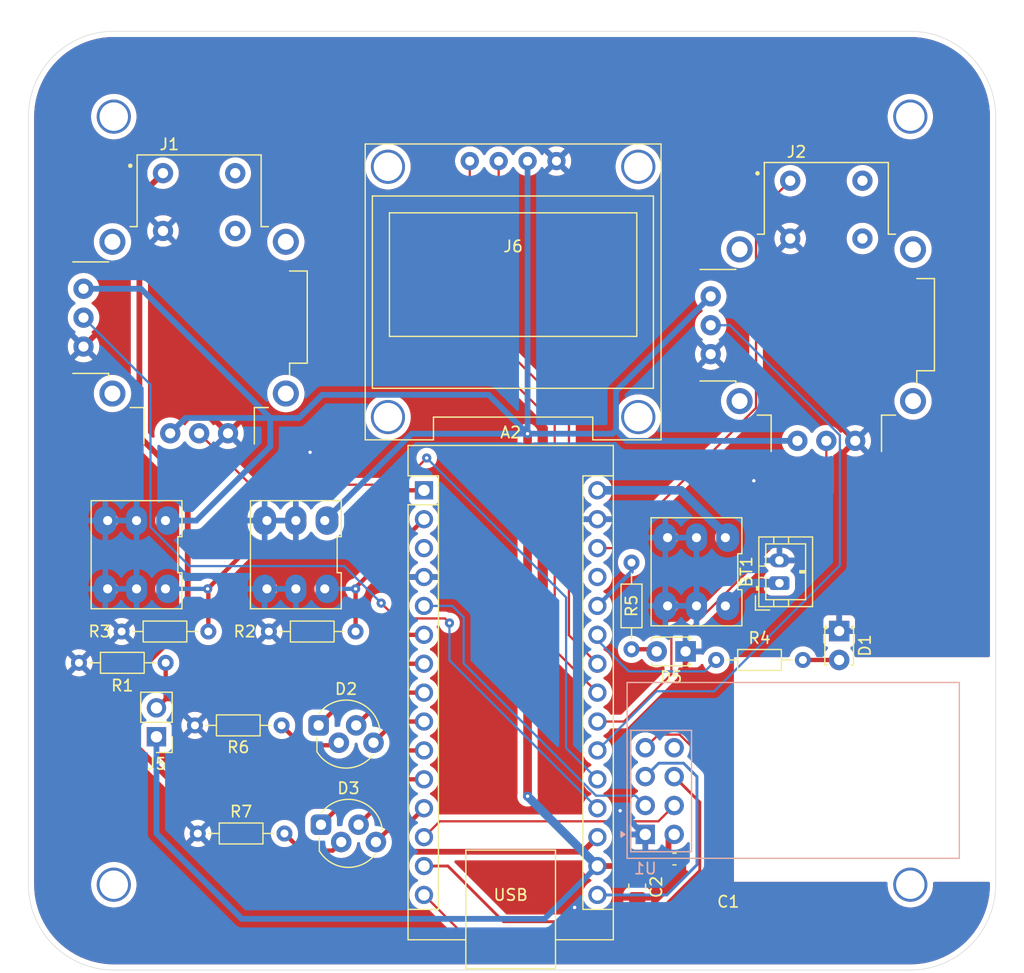
<source format=kicad_pcb>
(kicad_pcb (version 20241229) (generator "pcbnew") (generator_version "9.0")
  (layers (0 "F.Cu" signal) (2 "B.Cu" signal) (13 "F.Paste" user) (15 "B.Paste" user) (5 "F.SilkS" user "F.Silkscreen") (7 "B.SilkS" user "B.Silkscreen") (1 "F.Mask" user) (3 "B.Mask" user) (25 "Edge.Cuts" user))
  (net 0 "")
  (net 2 "/A2")
  (net 3 "/SCK")
  (net 4 "/G1")
  (net 5 "/SDA")
  (net 6 "/R1")
  (net 7 "/B1")
  (net 8 "/MISO")
  (net 9 "/B2")
  (net 10 "/A1")
  (net 11 "/R2")
  (net 12 "GND")
  (net 13 "/CS")
  (net 14 "/Gait")
  (net 15 "/A0")
  (net 17 "Net-(A2-VIN)")
  (net 18 "/D0")
  (net 19 "/SCL")
  (net 20 "+3.3V")
  (net 21 "/A3")
  (net 22 "/A7")
  (net 23 "/CE")
  (net 24 "/B0")
  (net 25 "/G2")
  (net 26 "/A6")
  (net 27 "/D1")
  (net 28 "/MOSI")
  (net 29 "Net-(BT1-+)")
  (net 38 "Net-(D1-A)")
  (net 39 "Net-(D5-A)")
  (net 41 "Net-(D2-K)")
  (net 42 "Net-(D3-K)")
  (net 43 "/B11")
  (footprint "Button:SW_DPDT_XLX" (layer "F.Cu") (at 171 73.5 180)
    (property "Reference" "J3" (hide yes))
    (property "Value" "Latch Button / Hex ON OFF")
    (pad "1" thru_hole oval (at -2.54 3 180) (size 2 2.5) (drill 0.8 (offset -0.2 0)) (layers "B.Cu" "In1.Cu" "In2.Cu" "In3.Cu" "In4.Cu" "In5.Cu" "In6.Cu" "In7.Cu" "In8.Cu" "In9.Cu" "In10.Cu" "In11.Cu" "In12.Cu" "In13.Cu" "In14.Cu" "In15.Cu" "In16.Cu" "In17.Cu" "In18.Cu" "In19.Cu" "In20.Cu" "In21.Cu" "In22.Cu" "In23.Cu" "In24.Cu" "In25.Cu" "In26.Cu" "In27.Cu" "In28.Cu" "In29.Cu" "In30.Cu") (net 20 "+3.3V"))
    (pad "2" thru_hole oval (at 0 3 180) (size 1.85 2.5) (drill 0.8) (layers "B.Cu" "In1.Cu" "In2.Cu" "In3.Cu" "In4.Cu" "In5.Cu" "In6.Cu" "In7.Cu" "In8.Cu" "In9.Cu" "In10.Cu" "In11.Cu" "In12.Cu" "In13.Cu" "In14.Cu" "In15.Cu" "In16.Cu" "In17.Cu" "In18.Cu" "In19.Cu" "In20.Cu" "In21.Cu" "In22.Cu" "In23.Cu" "In24.Cu" "In25.Cu" "In26.Cu" "In27.Cu" "In28.Cu" "In29.Cu" "In30.Cu") (net 12 "GND"))
    (pad "3" thru_hole oval (at 2.54 3 180) (size 2 2.5) (drill 0.8 (offset 0.2 0)) (layers "B.Cu" "In1.Cu" "In2.Cu" "In3.Cu" "In4.Cu" "In5.Cu" "In6.Cu" "In7.Cu" "In8.Cu" "In9.Cu" "In10.Cu" "In11.Cu" "In12.Cu" "In13.Cu" "In14.Cu" "In15.Cu" "In16.Cu" "In17.Cu" "In18.Cu" "In19.Cu" "In20.Cu" "In21.Cu" "In22.Cu" "In23.Cu" "In24.Cu" "In25.Cu" "In26.Cu" "In27.Cu" "In28.Cu" "In29.Cu" "In30.Cu") (net 12 "GND"))
    (pad "4" thru_hole oval (at 2.54 -3 180) (size 2 2.5) (drill 0.8 (offset 0.2 0)) (layers "B.Cu" "In1.Cu" "In2.Cu" "In3.Cu" "In4.Cu" "In5.Cu" "In6.Cu" "In7.Cu" "In8.Cu" "In9.Cu" "In10.Cu" "In11.Cu" "In12.Cu" "In13.Cu" "In14.Cu" "In15.Cu" "In16.Cu" "In17.Cu" "In18.Cu" "In19.Cu" "In20.Cu" "In21.Cu" "In22.Cu" "In23.Cu" "In24.Cu" "In25.Cu" "In26.Cu" "In27.Cu" "In28.Cu" "In29.Cu" "In30.Cu") (net 12 "GND"))
    (pad "5" thru_hole oval (at 0 -3 180) (size 1.85 2.5) (drill 0.8) (layers "B.Cu" "In1.Cu" "In2.Cu" "In3.Cu" "In4.Cu" "In5.Cu" "In6.Cu" "In7.Cu" "In8.Cu" "In9.Cu" "In10.Cu" "In11.Cu" "In12.Cu" "In13.Cu" "In14.Cu" "In15.Cu" "In16.Cu" "In17.Cu" "In18.Cu" "In19.Cu" "In20.Cu" "In21.Cu" "In22.Cu" "In23.Cu" "In24.Cu" "In25.Cu" "In26.Cu" "In27.Cu" "In28.Cu" "In29.Cu" "In30.Cu") (net 12 "GND"))
    (pad "6" thru_hole oval (at -2.54 -3 180) (size 2 2.5) (drill 0.8 (offset -0.2 0)) (layers "B.Cu" "In1.Cu" "In2.Cu" "In3.Cu" "In4.Cu" "In5.Cu" "In6.Cu" "In7.Cu" "In8.Cu" "In9.Cu" "In10.Cu" "In11.Cu" "In12.Cu" "In13.Cu" "In14.Cu" "In15.Cu" "In16.Cu" "In17.Cu" "In18.Cu" "In19.Cu" "In20.Cu" "In21.Cu" "In22.Cu" "In23.Cu" "In24.Cu" "In25.Cu" "In26.Cu" "In27.Cu" "In28.Cu" "In29.Cu" "In30.Cu") (net 18 "/D0"))
  )
  (footprint "Resistor_THT:R_Axial_DIN0204_L3.6mm_D1.6mm_P7.62mm_Horizontal" (layer "F.Cu") (at 168.63 80.25)
    (property "Reference" "R2" (at -2.13 0 0) (layer "F.SilkS"))
    (property "Value" "4.7k")
    (pad "1" thru_hole circle (at 0 0) (size 1.4 1.4) (drill 0.7) (layers "*.Cu" "*.Mask") (net 12 "GND"))
    (pad "2" thru_hole circle (at 7.62 0) (size 1.4 1.4) (drill 0.7) (layers "*.Cu" "*.Mask") (net 18 "/D0"))
  )
  (footprint "Capacitor_SMD:C_0603_1608Metric" (layer "F.Cu") (at 204.275 100.25 180)
    (property "Reference" "C1" (at -4.725 -3.75 0) (layer "F.SilkS"))
    (property "Value" "0.1uf")
    (pad "1" smd roundrect (at -0.775 0 180) (size 0.9 0.95) (layers "F.Cu" "F.Mask" "F.Paste") (net 12 "GND"))
    (pad "2" smd roundrect (at 0.775 0 180) (size 0.9 0.95) (layers "F.Cu" "F.Mask" "F.Paste") (net 20 "+3.3V"))
  )
  (footprint "" (layer "F.Cu") (at 155 35)
    (property "Reference" "" (at 0 0 0) (layer "F.SilkS") (effects (font (size 1.27 1.27))))
    (property "Value" "")
    (pad "" np_thru_hole circle (at 0 0) (size 3 3) (drill 2.5) (layers "*.Cu" "*.Mask"))
  )
  (footprint "LED_THT:LED_D5.0mm-4_RGB_Staggered_Pins" (layer "F.Cu") (at 173 88.5)
    (property "Reference" "D2" (at 2.413 -3.198 0) (layer "F.SilkS"))
    (property "Value" "Status LED")
    (pad "1" thru_hole roundrect (at 0 0) (size 1.8 1.8) (drill 0.9) (layers "*.Cu" "*.Mask") (net 6 "/R1"))
    (pad "2" thru_hole circle (at 1.778 1.524) (size 1.8 1.8) (drill 0.9) (layers "*.Cu" "*.Mask") (net 41 "Net-(D2-K)"))
    (pad "3" thru_hole circle (at 3.302 0) (size 1.8 1.8) (drill 0.9) (layers "*.Cu" "*.Mask") (net 4 "/G1"))
    (pad "4" thru_hole circle (at 4.826 1.524) (size 1.8 1.8) (drill 0.9) (layers "*.Cu" "*.Mask") (net 7 "/B1"))
  )
  (footprint "" (layer "F.Cu") (at 225 102.5)
    (property "Reference" "" (at 0 0 0) (layer "F.SilkS") (effects (font (size 1.27 1.27))))
    (property "Value" "")
    (pad "" np_thru_hole circle (at 0 0) (size 3 3) (drill 2.5) (layers "*.Cu" "*.Mask"))
  )
  (footprint "Resistor_THT:R_Axial_DIN0204_L3.6mm_D1.6mm_P7.62mm_Horizontal" (layer "F.Cu") (at 169.75 88.5 180)
    (property "Reference" "R6" (at 3.81 -1.92 0) (layer "F.SilkS"))
    (property "Value" "510")
    (pad "1" thru_hole circle (at 0 0 180) (size 1.4 1.4) (drill 0.7) (layers "*.Cu" "*.Mask") (net 41 "Net-(D2-K)"))
    (pad "2" thru_hole circle (at 7.62 0 180) (size 1.4 1.4) (drill 0.7) (layers "*.Cu" "*.Mask") (net 12 "GND"))
  )
  (footprint "Connector_PinHeader_2.54mm:PinHeader_1x02_P2.54mm_Vertical" (layer "F.Cu") (at 158.75 89.5 180)
    (property "Reference" "J5" (at 0 -2.38 180) (layer "F.SilkS"))
    (property "Value" "Gait Button")
    (pad "1" thru_hole rect (at 0 0 180) (size 1.7 1.7) (drill 1) (layers "*.Cu" "*.Mask") (net 20 "+3.3V"))
    (pad "2" thru_hole circle (at 0 2.54 180) (size 1.7 1.7) (drill 1) (layers "*.Cu" "*.Mask") (net 14 "/Gait"))
  )
  (footprint "Capacitor_SMD:C_0805_2012Metric" (layer "F.Cu") (at 201 102.7 -90)
    (property "Reference" "C2" (at 0 -1.68 90) (layer "F.SilkS"))
    (property "Value" "C")
    (pad "1" smd roundrect (at -0.95 0 270) (size 1 1.45) (layers "F.Cu" "F.Mask" "F.Paste") (net 20 "+3.3V"))
    (pad "2" smd roundrect (at 0.95 0 270) (size 1 1.45) (layers "F.Cu" "F.Mask" "F.Paste") (net 12 "GND"))
  )
  (footprint "Resistor_THT:R_Axial_DIN0204_L3.6mm_D1.6mm_P7.62mm_Horizontal" (layer "F.Cu") (at 200.5 74.19 -90)
    (property "Reference" "R5" (at 3.81 0 90) (layer "F.SilkS"))
    (property "Value" "510")
    (pad "1" thru_hole circle (at 0 0 270) (size 1.4 1.4) (drill 0.7) (layers "*.Cu" "*.Mask") (net 22 "/A7"))
    (pad "2" thru_hole circle (at 7.62 0 270) (size 1.4 1.4) (drill 0.7) (layers "*.Cu" "*.Mask") (net 39 "Net-(D5-A)"))
  )
  (footprint "LED_THT:LED_D1.8mm_W3.3mm_H2.4mm" (layer "F.Cu") (at 205.25 82 180)
    (property "Reference" "D5" (at 1.27 -2.26 0) (layer "F.SilkS"))
    (property "Value" "LED")
    (pad "1" thru_hole rect (at 0 0 180) (size 1.8 1.8) (drill 0.9) (layers "*.Cu" "*.Mask") (net 12 "GND"))
    (pad "2" thru_hole circle (at 2.54 0 180) (size 1.8 1.8) (drill 0.9) (layers "*.Cu" "*.Mask") (net 39 "Net-(D5-A)"))
  )
  (footprint "" (layer "F.Cu") (at 155 102.5)
    (property "Reference" "" (at 0 0 0) (layer "F.SilkS") (effects (font (size 1.27 1.27))))
    (property "Value" "")
    (pad "" np_thru_hole circle (at 0 0) (size 3 3) (drill 2.5) (layers "*.Cu" "*.Mask"))
  )
  (footprint "LED_THT:LED_D5.0mm-4_RGB_Staggered_Pins" (layer "F.Cu") (at 173.21 97.226)
    (property "Reference" "D3" (at 2.413 -3.198 0) (layer "F.SilkS"))
    (property "Value" "Gait LED")
    (pad "1" thru_hole roundrect (at 0 0) (size 1.8 1.8) (drill 0.9) (layers "*.Cu" "*.Mask") (net 11 "/R2"))
    (pad "2" thru_hole circle (at 1.778 1.524) (size 1.8 1.8) (drill 0.9) (layers "*.Cu" "*.Mask") (net 42 "Net-(D3-K)"))
    (pad "3" thru_hole circle (at 3.302 0) (size 1.8 1.8) (drill 0.9) (layers "*.Cu" "*.Mask") (net 25 "/G2"))
    (pad "4" thru_hole circle (at 4.826 1.524) (size 1.8 1.8) (drill 0.9) (layers "*.Cu" "*.Mask") (net 9 "/B2"))
  )
  (footprint "Button:SW_DPDT_XLX" (layer "F.Cu") (at 206.21 75 180)
    (property "Reference" "J7" (hide yes))
    (property "Value" "Power")
    (pad "1" thru_hole oval (at -2.54 3 180) (size 2 2.5) (drill 0.8 (offset -0.2 0)) (layers "B.Cu" "In1.Cu" "In2.Cu" "In3.Cu" "In4.Cu" "In5.Cu" "In6.Cu" "In7.Cu" "In8.Cu" "In9.Cu" "In10.Cu" "In11.Cu" "In12.Cu" "In13.Cu" "In14.Cu" "In15.Cu" "In16.Cu" "In17.Cu" "In18.Cu" "In19.Cu" "In20.Cu" "In21.Cu" "In22.Cu" "In23.Cu" "In24.Cu" "In25.Cu" "In26.Cu" "In27.Cu" "In28.Cu" "In29.Cu" "In30.Cu") (net 17 "Net-(A2-VIN)"))
    (pad "2" thru_hole oval (at 0 3 180) (size 1.85 2.5) (drill 0.8) (layers "B.Cu" "In1.Cu" "In2.Cu" "In3.Cu" "In4.Cu" "In5.Cu" "In6.Cu" "In7.Cu" "In8.Cu" "In9.Cu" "In10.Cu" "In11.Cu" "In12.Cu" "In13.Cu" "In14.Cu" "In15.Cu" "In16.Cu" "In17.Cu" "In18.Cu" "In19.Cu" "In20.Cu" "In21.Cu" "In22.Cu" "In23.Cu" "In24.Cu" "In25.Cu" "In26.Cu" "In27.Cu" "In28.Cu" "In29.Cu" "In30.Cu") (net 12 "GND"))
    (pad "3" thru_hole oval (at 2.54 3 180) (size 2 2.5) (drill 0.8 (offset 0.2 0)) (layers "B.Cu" "In1.Cu" "In2.Cu" "In3.Cu" "In4.Cu" "In5.Cu" "In6.Cu" "In7.Cu" "In8.Cu" "In9.Cu" "In10.Cu" "In11.Cu" "In12.Cu" "In13.Cu" "In14.Cu" "In15.Cu" "In16.Cu" "In17.Cu" "In18.Cu" "In19.Cu" "In20.Cu" "In21.Cu" "In22.Cu" "In23.Cu" "In24.Cu" "In25.Cu" "In26.Cu" "In27.Cu" "In28.Cu" "In29.Cu" "In30.Cu") (net 12 "GND"))
    (pad "4" thru_hole oval (at 2.54 -3 180) (size 2 2.5) (drill 0.8 (offset 0.2 0)) (layers "B.Cu" "In1.Cu" "In2.Cu" "In3.Cu" "In4.Cu" "In5.Cu" "In6.Cu" "In7.Cu" "In8.Cu" "In9.Cu" "In10.Cu" "In11.Cu" "In12.Cu" "In13.Cu" "In14.Cu" "In15.Cu" "In16.Cu" "In17.Cu" "In18.Cu" "In19.Cu" "In20.Cu" "In21.Cu" "In22.Cu" "In23.Cu" "In24.Cu" "In25.Cu" "In26.Cu" "In27.Cu" "In28.Cu" "In29.Cu" "In30.Cu") (net 12 "GND"))
    (pad "5" thru_hole oval (at 0 -3 180) (size 1.85 2.5) (drill 0.8) (layers "B.Cu" "In1.Cu" "In2.Cu" "In3.Cu" "In4.Cu" "In5.Cu" "In6.Cu" "In7.Cu" "In8.Cu" "In9.Cu" "In10.Cu" "In11.Cu" "In12.Cu" "In13.Cu" "In14.Cu" "In15.Cu" "In16.Cu" "In17.Cu" "In18.Cu" "In19.Cu" "In20.Cu" "In21.Cu" "In22.Cu" "In23.Cu" "In24.Cu" "In25.Cu" "In26.Cu" "In27.Cu" "In28.Cu" "In29.Cu" "In30.Cu") (net 12 "GND"))
    (pad "6" thru_hole oval (at -2.54 -3 180) (size 2 2.5) (drill 0.8 (offset -0.2 0)) (layers "B.Cu" "In1.Cu" "In2.Cu" "In3.Cu" "In4.Cu" "In5.Cu" "In6.Cu" "In7.Cu" "In8.Cu" "In9.Cu" "In10.Cu" "In11.Cu" "In12.Cu" "In13.Cu" "In14.Cu" "In15.Cu" "In16.Cu" "In17.Cu" "In18.Cu" "In19.Cu" "In20.Cu" "In21.Cu" "In22.Cu" "In23.Cu" "In24.Cu" "In25.Cu" "In26.Cu" "In27.Cu" "In28.Cu" "In29.Cu" "In30.Cu") (net 29 "Net-(BT1-+)"))
  )
  (footprint "Connector_JST:JST_PH_B2B-PH-K_1x02_P2.00mm_Vertical" (layer "F.Cu") (at 213.5 76 90)
    (property "Reference" "BT1" (at 1 -2.9 90) (layer "F.SilkS"))
    (property "Value" "Lipo Batt")
    (pad "1" thru_hole roundrect (at 0 0 90) (size 1.2 1.75) (drill 0.75) (layers "*.Cu" "*.Mask") (roundrect_rratio 0.208333) (net 29 "Net-(BT1-+)"))
    (pad "2" thru_hole oval (at 2 0 90) (size 1.2 1.75) (drill 0.75) (layers "*.Cu" "*.Mask") (net 12 "GND"))
  )
  (footprint "LED_THT:LED_D1.8mm_W3.3mm_H2.4mm" (layer "F.Cu") (at 218.75 80.21 -90)
    (property "Reference" "D1" (at 1.27 -2.26 90) (layer "F.SilkS"))
    (property "Value" "Communication LED")
    (pad "1" thru_hole rect (at 0 0 270) (size 1.8 1.8) (drill 0.9) (layers "*.Cu" "*.Mask") (net 12 "GND"))
    (pad "2" thru_hole circle (at 2.54 0 270) (size 1.8 1.8) (drill 0.9) (layers "*.Cu" "*.Mask") (net 38 "Net-(D1-A)"))
  )
  (footprint "Resistor_THT:R_Axial_DIN0204_L3.6mm_D1.6mm_P7.62mm_Horizontal" (layer "F.Cu") (at 207.94 82.75)
    (property "Reference" "R4" (at 3.81 -1.92 0) (layer "F.SilkS"))
    (property "Value" "510")
    (pad "1" thru_hole circle (at 0 0) (size 1.4 1.4) (drill 0.7) (layers "*.Cu" "*.Mask") (net 26 "/A6"))
    (pad "2" thru_hole circle (at 7.62 0) (size 1.4 1.4) (drill 0.7) (layers "*.Cu" "*.Mask") (net 38 "Net-(D1-A)"))
  )
  (footprint "COM_09032:XDCR_COM-09032" (layer "F.Cu") (at 162.5 52.6675)
    (property "Reference" "J1" (at -2.625 -15.235 0) (layer "F.SilkS"))
    (property "Value" "Joy1")
    (pad "B1A" thru_hole circle (at -3.175 -12.7) (size 1.778 1.778) (drill 0.9) (layers "*.Cu" "*.Mask") (net 24 "/B0"))
    (pad "B1B" thru_hole circle (at 3.175 -12.7) (size 1.778 1.778) (drill 0.9) (layers "*.Cu" "*.Mask"))
    (pad "B2A" thru_hole circle (at -3.175 -7.62) (size 1.778 1.778) (drill 0.9) (layers "*.Cu" "*.Mask") (net 12 "GND"))
    (pad "B2B" thru_hole circle (at 3.175 -7.62) (size 1.778 1.778) (drill 0.9) (layers "*.Cu" "*.Mask"))
    (pad "H1" thru_hole circle (at -2.54 10.16) (size 1.778 1.778) (drill 0.889) (layers "*.Cu" "*.Mask") (net 20 "+3.3V"))
    (pad "H2" thru_hole circle (at 0 10.16) (size 1.778 1.778) (drill 0.889) (layers "*.Cu" "*.Mask") (net 10 "/A1"))
    (pad "H3" thru_hole circle (at 2.54 10.16) (size 1.778 1.778) (drill 0.889) (layers "*.Cu" "*.Mask") (net 12 "GND"))
    (pad "S1" thru_hole circle (at -7.62 -6.6675) (size 2.286 2.286) (drill 1.397) (layers "*.Cu" "*.Mask"))
    (pad "S2" thru_hole circle (at -7.62 6.6675) (size 2.286 2.286) (drill 1.397) (layers "*.Cu" "*.Mask"))
    (pad "S3" thru_hole circle (at 7.62 6.6675) (size 2.286 2.286) (drill 1.397) (layers "*.Cu" "*.Mask"))
    (pad "S4" thru_hole circle (at 7.62 -6.6675) (size 2.286 2.286) (drill 1.397) (layers "*.Cu" "*.Mask"))
    (pad "V1" thru_hole circle (at -10.16 -2.54) (size 1.778 1.778) (drill 0.889) (layers "*.Cu" "*.Mask") (net 20 "+3.3V"))
    (pad "V2" thru_hole circle (at -10.16 0) (size 1.778 1.778) (drill 0.889) (layers "*.Cu" "*.Mask") (net 15 "/A0"))
    (pad "V3" thru_hole circle (at -10.16 2.54) (size 1.778 1.778) (drill 0.889) (layers "*.Cu" "*.Mask") (net 12 "GND"))
  )
  (footprint "Module:Arduino_Nano" (layer "F.Cu") (at 182.26 67.84)
    (property "Reference" "A2" (at 7.62 -5.08 0) (layer "F.SilkS"))
    (property "Value" "Arduino_Nano_ESP32")
    (fp_text user "USB" (at 7.62 35.56 0) (layer "F.SilkS"))
    (pad "1" thru_hole rect (at 0 0) (size 1.6 1.6) (drill 1) (layers "*.Cu" "*.Mask") (net 27 "/D1"))
    (pad "2" thru_hole oval (at 0 2.54) (size 1.6 1.6) (drill 1) (layers "*.Cu" "*.Mask") (net 18 "/D0"))
    (pad "3" thru_hole oval (at 0 5.08) (size 1.6 1.6) (drill 1) (layers "*.Cu" "*.Mask"))
    (pad "4" thru_hole oval (at 0 7.62) (size 1.6 1.6) (drill 1) (layers "*.Cu" "*.Mask") (net 12 "GND"))
    (pad "5" thru_hole oval (at 0 10.16) (size 1.6 1.6) (drill 1) (layers "*.Cu" "*.Mask") (net 23 "/CE"))
    (pad "6" thru_hole oval (at 0 12.7) (size 1.6 1.6) (drill 1) (layers "*.Cu" "*.Mask") (net 14 "/Gait"))
    (pad "7" thru_hole oval (at 0 15.24) (size 1.6 1.6) (drill 1) (layers "*.Cu" "*.Mask") (net 6 "/R1"))
    (pad "8" thru_hole oval (at 0 17.78) (size 1.6 1.6) (drill 1) (layers "*.Cu" "*.Mask") (net 4 "/G1"))
    (pad "9" thru_hole oval (at 0 20.32) (size 1.6 1.6) (drill 1) (layers "*.Cu" "*.Mask") (net 7 "/B1"))
    (pad "10" thru_hole oval (at 0 22.86) (size 1.6 1.6) (drill 1) (layers "*.Cu" "*.Mask") (net 11 "/R2"))
    (pad "11" thru_hole oval (at 0 25.4) (size 1.6 1.6) (drill 1) (layers "*.Cu" "*.Mask") (net 25 "/G2"))
    (pad "12" thru_hole oval (at 0 27.94) (size 1.6 1.6) (drill 1) (layers "*.Cu" "*.Mask") (net 9 "/B2"))
    (pad "13" thru_hole oval (at 0 30.48) (size 1.6 1.6) (drill 1) (layers "*.Cu" "*.Mask") (net 13 "/CS"))
    (pad "14" thru_hole oval (at 0 33.02) (size 1.6 1.6) (drill 1) (layers "*.Cu" "*.Mask") (net 28 "/MOSI"))
    (pad "15" thru_hole oval (at 0 35.56) (size 1.6 1.6) (drill 1) (layers "*.Cu" "*.Mask") (net 8 "/MISO"))
    (pad "16" thru_hole oval (at 15.24 35.56) (size 1.6 1.6) (drill 1) (layers "*.Cu" "*.Mask") (net 3 "/SCK"))
    (pad "17" thru_hole oval (at 15.24 33.02) (size 1.6 1.6) (drill 1) (layers "*.Cu" "*.Mask") (net 20 "+3.3V"))
    (pad "18" thru_hole oval (at 15.24 30.48) (size 1.6 1.6) (drill 1) (layers "*.Cu" "*.Mask") (net 24 "/B0"))
    (pad "19" thru_hole oval (at 15.24 27.94) (size 1.6 1.6) (drill 1) (layers "*.Cu" "*.Mask") (net 15 "/A0"))
    (pad "20" thru_hole oval (at 15.24 25.4) (size 1.6 1.6) (drill 1) (layers "*.Cu" "*.Mask") (net 10 "/A1"))
    (pad "21" thru_hole oval (at 15.24 22.86) (size 1.6 1.6) (drill 1) (layers "*.Cu" "*.Mask") (net 2 "/A2"))
    (pad "22" thru_hole oval (at 15.24 20.32) (size 1.6 1.6) (drill 1) (layers "*.Cu" "*.Mask") (net 21 "/A3"))
    (pad "23" thru_hole oval (at 15.24 17.78) (size 1.6 1.6) (drill 1) (layers "*.Cu" "*.Mask") (net 5 "/SDA"))
    (pad "24" thru_hole oval (at 15.24 15.24) (size 1.6 1.6) (drill 1) (layers "*.Cu" "*.Mask") (net 19 "/SCL"))
    (pad "25" thru_hole oval (at 15.24 12.7) (size 1.6 1.6) (drill 1) (layers "*.Cu" "*.Mask") (net 26 "/A6"))
    (pad "26" thru_hole oval (at 15.24 10.16) (size 1.6 1.6) (drill 1) (layers "*.Cu" "*.Mask") (net 22 "/A7"))
    (pad "27" thru_hole oval (at 15.24 7.62) (size 1.6 1.6) (drill 1) (layers "*.Cu" "*.Mask"))
    (pad "28" thru_hole oval (at 15.24 5.08) (size 1.6 1.6) (drill 1) (layers "*.Cu" "*.Mask") (net 43 "/B11"))
    (pad "29" thru_hole oval (at 15.24 2.54) (size 1.6 1.6) (drill 1) (layers "*.Cu" "*.Mask") (net 12 "GND"))
    (pad "30" thru_hole oval (at 15.24 0) (size 1.6 1.6) (drill 1) (layers "*.Cu" "*.Mask") (net 17 "Net-(A2-VIN)"))
  )
  (footprint "" (layer "F.Cu") (at 225 35)
    (property "Reference" "" (at 0 0 0) (layer "F.SilkS") (effects (font (size 1.27 1.27))))
    (property "Value" "")
    (pad "" np_thru_hole circle (at 0 0) (size 3 3) (drill 2.5) (layers "*.Cu" "*.Mask"))
  )
  (footprint "COM_09032:XDCR_COM-09032" (layer "F.Cu") (at 217.62 53.3325)
    (property "Reference" "J2" (at -2.625 -15.235 0) (layer "F.SilkS"))
    (property "Value" "Joy2")
    (pad "B1A" thru_hole circle (at -3.175 -12.7) (size 1.778 1.778) (drill 0.9) (layers "*.Cu" "*.Mask") (net 43 "/B11"))
    (pad "B1B" thru_hole circle (at 3.175 -12.7) (size 1.778 1.778) (drill 0.9) (layers "*.Cu" "*.Mask"))
    (pad "B2A" thru_hole circle (at -3.175 -7.62) (size 1.778 1.778) (drill 0.9) (layers "*.Cu" "*.Mask") (net 12 "GND"))
    (pad "B2B" thru_hole circle (at 3.175 -7.62) (size 1.778 1.778) (drill 0.9) (layers "*.Cu" "*.Mask"))
    (pad "H1" thru_hole circle (at -2.54 10.16) (size 1.778 1.778) (drill 0.889) (layers "*.Cu" "*.Mask") (net 20 "+3.3V"))
    (pad "H2" thru_hole circle (at 0 10.16) (size 1.778 1.778) (drill 0.889) (layers "*.Cu" "*.Mask") (net 21 "/A3"))
    (pad "H3" thru_hole circle (at 2.54 10.16) (size 1.778 1.778) (drill 0.889) (layers "*.Cu" "*.Mask") (net 12 "GND"))
    (pad "S1" thru_hole circle (at -7.62 -6.6675) (size 2.286 2.286) (drill 1.397) (layers "*.Cu" "*.Mask"))
    (pad "S2" thru_hole circle (at -7.62 6.6675) (size 2.286 2.286) (drill 1.397) (layers "*.Cu" "*.Mask"))
    (pad "S3" thru_hole circle (at 7.62 6.6675) (size 2.286 2.286) (drill 1.397) (layers "*.Cu" "*.Mask"))
    (pad "S4" thru_hole circle (at 7.62 -6.6675) (size 2.286 2.286) (drill 1.397) (layers "*.Cu" "*.Mask"))
    (pad "V1" thru_hole circle (at -10.16 -2.54) (size 1.778 1.778) (drill 0.889) (layers "*.Cu" "*.Mask") (net 20 "+3.3V"))
    (pad "V2" thru_hole circle (at -10.16 0) (size 1.778 1.778) (drill 0.889) (layers "*.Cu" "*.Mask") (net 2 "/A2"))
    (pad "V3" thru_hole circle (at -10.16 2.54) (size 1.778 1.778) (drill 0.889) (layers "*.Cu" "*.Mask") (net 12 "GND"))
  )
  (footprint "Button:SW_DPDT_XLX" (layer "F.Cu") (at 157 73.5 180)
    (property "Reference" "J4" (hide yes))
    (property "Value" "Latch Button / Auto Manual")
    (pad "1" thru_hole oval (at -2.54 3 180) (size 2 2.5) (drill 0.8 (offset -0.2 0)) (layers "B.Cu" "In1.Cu" "In2.Cu" "In3.Cu" "In4.Cu" "In5.Cu" "In6.Cu" "In7.Cu" "In8.Cu" "In9.Cu" "In10.Cu" "In11.Cu" "In12.Cu" "In13.Cu" "In14.Cu" "In15.Cu" "In16.Cu" "In17.Cu" "In18.Cu" "In19.Cu" "In20.Cu" "In21.Cu" "In22.Cu" "In23.Cu" "In24.Cu" "In25.Cu" "In26.Cu" "In27.Cu" "In28.Cu" "In29.Cu" "In30.Cu") (net 20 "+3.3V"))
    (pad "2" thru_hole oval (at 0 3 180) (size 1.85 2.5) (drill 0.8) (layers "B.Cu" "In1.Cu" "In2.Cu" "In3.Cu" "In4.Cu" "In5.Cu" "In6.Cu" "In7.Cu" "In8.Cu" "In9.Cu" "In10.Cu" "In11.Cu" "In12.Cu" "In13.Cu" "In14.Cu" "In15.Cu" "In16.Cu" "In17.Cu" "In18.Cu" "In19.Cu" "In20.Cu" "In21.Cu" "In22.Cu" "In23.Cu" "In24.Cu" "In25.Cu" "In26.Cu" "In27.Cu" "In28.Cu" "In29.Cu" "In30.Cu") (net 12 "GND"))
    (pad "3" thru_hole oval (at 2.54 3 180) (size 2 2.5) (drill 0.8 (offset 0.2 0)) (layers "B.Cu" "In1.Cu" "In2.Cu" "In3.Cu" "In4.Cu" "In5.Cu" "In6.Cu" "In7.Cu" "In8.Cu" "In9.Cu" "In10.Cu" "In11.Cu" "In12.Cu" "In13.Cu" "In14.Cu" "In15.Cu" "In16.Cu" "In17.Cu" "In18.Cu" "In19.Cu" "In20.Cu" "In21.Cu" "In22.Cu" "In23.Cu" "In24.Cu" "In25.Cu" "In26.Cu" "In27.Cu" "In28.Cu" "In29.Cu" "In30.Cu") (net 12 "GND"))
    (pad "4" thru_hole oval (at 2.54 -3 180) (size 2 2.5) (drill 0.8 (offset 0.2 0)) (layers "B.Cu" "In1.Cu" "In2.Cu" "In3.Cu" "In4.Cu" "In5.Cu" "In6.Cu" "In7.Cu" "In8.Cu" "In9.Cu" "In10.Cu" "In11.Cu" "In12.Cu" "In13.Cu" "In14.Cu" "In15.Cu" "In16.Cu" "In17.Cu" "In18.Cu" "In19.Cu" "In20.Cu" "In21.Cu" "In22.Cu" "In23.Cu" "In24.Cu" "In25.Cu" "In26.Cu" "In27.Cu" "In28.Cu" "In29.Cu" "In30.Cu") (net 12 "GND"))
    (pad "5" thru_hole oval (at 0 -3 180) (size 1.85 2.5) (drill 0.8) (layers "B.Cu" "In1.Cu" "In2.Cu" "In3.Cu" "In4.Cu" "In5.Cu" "In6.Cu" "In7.Cu" "In8.Cu" "In9.Cu" "In10.Cu" "In11.Cu" "In12.Cu" "In13.Cu" "In14.Cu" "In15.Cu" "In16.Cu" "In17.Cu" "In18.Cu" "In19.Cu" "In20.Cu" "In21.Cu" "In22.Cu" "In23.Cu" "In24.Cu" "In25.Cu" "In26.Cu" "In27.Cu" "In28.Cu" "In29.Cu" "In30.Cu") (net 12 "GND"))
    (pad "6" thru_hole oval (at -2.54 -3 180) (size 2 2.5) (drill 0.8 (offset -0.2 0)) (layers "B.Cu" "In1.Cu" "In2.Cu" "In3.Cu" "In4.Cu" "In5.Cu" "In6.Cu" "In7.Cu" "In8.Cu" "In9.Cu" "In10.Cu" "In11.Cu" "In12.Cu" "In13.Cu" "In14.Cu" "In15.Cu" "In16.Cu" "In17.Cu" "In18.Cu" "In19.Cu" "In20.Cu" "In21.Cu" "In22.Cu" "In23.Cu" "In24.Cu" "In25.Cu" "In26.Cu" "In27.Cu" "In28.Cu" "In29.Cu" "In30.Cu") (net 27 "/D1"))
  )
  (footprint "untitled folder:SSD1306_0.96_Oled" (layer "F.Cu") (at 177.095 63.405)
    (property "Reference" "J6" (at 13 -17 0) (layer "F.SilkS"))
    (property "Value" "OLED screen")
    (pad "" np_thru_hole circle (at 2 -24) (size 3 3) (drill 2.5) (layers "*.Cu" "*.Mask"))
    (pad "" np_thru_hole circle (at 2 -2) (size 3 3) (drill 2.5) (layers "*.Cu" "*.Mask"))
    (pad "" np_thru_hole circle (at 24 -24) (size 3 3) (drill 2.5) (layers "*.Cu" "*.Mask"))
    (pad "" np_thru_hole circle (at 24 -2) (size 3 3) (drill 2.5) (layers "*.Cu" "*.Mask"))
    (pad "1" thru_hole circle (at 9.19 -24.5) (size 1.6 1.6) (drill 0.8) (layers "*.Cu" "*.Mask") (net 5 "/SDA"))
    (pad "2" thru_hole circle (at 11.73 -24.5) (size 1.6 1.6) (drill 0.8) (layers "*.Cu" "*.Mask") (net 19 "/SCL"))
    (pad "3" thru_hole circle (at 14.27 -24.5) (size 1.6 1.6) (drill 0.8) (layers "*.Cu" "*.Mask") (net 20 "+3.3V"))
    (pad "4" thru_hole circle (at 16.81 -24.5) (size 1.6 1.6) (drill 0.8) (layers "*.Cu" "*.Mask") (net 12 "GND"))
  )
  (footprint "Resistor_THT:R_Axial_DIN0204_L3.6mm_D1.6mm_P7.62mm_Horizontal" (layer "F.Cu") (at 162.38 98)
    (property "Reference" "R7" (at 3.81 -1.92 0) (layer "F.SilkS"))
    (property "Value" "510")
    (pad "1" thru_hole circle (at 0 0) (size 1.4 1.4) (drill 0.7) (layers "*.Cu" "*.Mask") (net 12 "GND"))
    (pad "2" thru_hole circle (at 7.62 0) (size 1.4 1.4) (drill 0.7) (layers "*.Cu" "*.Mask") (net 42 "Net-(D3-K)"))
  )
  (footprint "Resistor_THT:R_Axial_DIN0204_L3.6mm_D1.6mm_P7.62mm_Horizontal" (layer "F.Cu") (at 151.94 83)
    (property "Reference" "R1" (at 3.81 2 0) (layer "F.SilkS"))
    (property "Value" "4.7k")
    (pad "1" thru_hole circle (at 0 0) (size 1.4 1.4) (drill 0.7) (layers "*.Cu" "*.Mask") (net 12 "GND"))
    (pad "2" thru_hole circle (at 7.62 0) (size 1.4 1.4) (drill 0.7) (layers "*.Cu" "*.Mask") (net 14 "/Gait"))
  )
  (footprint "Resistor_THT:R_Axial_DIN0204_L3.6mm_D1.6mm_P7.62mm_Horizontal" (layer "F.Cu") (at 155.69 80.25)
    (property "Reference" "R3" (at -1.94 0 0) (layer "F.SilkS"))
    (property "Value" "4.7k")
    (pad "1" thru_hole circle (at 0 0) (size 1.4 1.4) (drill 0.7) (layers "*.Cu" "*.Mask") (net 12 "GND"))
    (pad "2" thru_hole circle (at 7.62 0) (size 1.4 1.4) (drill 0.7) (layers "*.Cu" "*.Mask") (net 27 "/D1"))
  )
  (footprint "RF_Module:nRF24L01_Breakout" (layer "B.Cu") (at 201.71 98.08)
    (property "Reference" "U1" (at 0 3 0) (layer "B.SilkS") (effects (justify mirror)))
    (property "Value" "NRF24L01_Breakout")
    (pad "1" thru_hole rect (at 0 0) (size 1.7 1.7) (drill 1) (layers "*.Cu" "*.Mask") (net 12 "GND"))
    (pad "2" thru_hole circle (at 2.54 0) (size 1.7 1.7) (drill 1) (layers "*.Cu" "*.Mask") (net 20 "+3.3V"))
    (pad "3" thru_hole circle (at 0 -2.54) (size 1.7 1.7) (drill 1) (layers "*.Cu" "*.Mask") (net 23 "/CE"))
    (pad "4" thru_hole circle (at 2.54 -2.54) (size 1.7 1.7) (drill 1) (layers "*.Cu" "*.Mask") (net 13 "/CS"))
    (pad "5" thru_hole circle (at 0 -5.08) (size 1.7 1.7) (drill 1) (layers "*.Cu" "*.Mask") (net 3 "/SCK"))
    (pad "6" thru_hole circle (at 2.54 -5.08) (size 1.7 1.7) (drill 1) (layers "*.Cu" "*.Mask") (net 28 "/MOSI"))
    (pad "7" thru_hole circle (at 0 -7.62) (size 1.7 1.7) (drill 1) (layers "*.Cu" "*.Mask") (net 8 "/MISO"))
    (pad "8" thru_hole circle (at 2.54 -7.62) (size 1.7 1.7) (drill 1) (layers "*.Cu" "*.Mask"))
  )
  (gr_arc (start 225 27.5) (mid 230.303301 29.696699) (end 232.5 35) (stroke (width 0.05)) (layer "Edge.Cuts"))
  (gr_line (start 155 110) (end 225 110) (stroke (width 0.05)) (layer "Edge.Cuts"))
  (gr_line (start 232.5 102.5) (end 232.5 35) (stroke (width 0.05)) (layer "Edge.Cuts"))
  (gr_arc (start 232.5 102.5) (mid 230.303301 107.803301) (end 225 110) (stroke (width 0.05)) (layer "Edge.Cuts"))
  (gr_line (start 225 27.5) (end 155 27.5) (stroke (width 0.05)) (layer "Edge.Cuts"))
  (gr_arc (start 147.5 35) (mid 149.696699 29.696699) (end 155 27.5) (stroke (width 0.05)) (layer "Edge.Cuts"))
  (gr_arc (start 155 110) (mid 149.696699 107.803301) (end 147.5 102.5) (stroke (width 0.05)) (layer "Edge.Cuts"))
  (gr_line (start 147.5 35) (end 147.5 102.5) (stroke (width 0.05)) (layer "Edge.Cuts"))
  (segment (start 207.76116 85.5) (end 202.7 85.5) (width 0.2) (layer "B.Cu") (net 2))
  (segment (start 218.81 74.45116) (end 207.76116 85.5) (width 0.2) (layer "B.Cu") (net 2))
  (segment (start 202.7 85.5) (end 197.5 90.7) (width 0.2) (layer "B.Cu") (net 2))
  (segment (start 218.81 62.999585) (end 218.81 74.45116) (width 0.2) (layer "B.Cu") (net 2))
  (segment (start 209.142915 53.3325) (end 218.81 62.999585) (width 0.2) (layer "B.Cu") (net 2))
  (segment (start 207.46 53.3325) (end 209.142915 53.3325) (width 0.2) (layer "B.Cu") (net 2))
  (segment (start 206.25 100.75) (end 206.25 93) (width 0.254) (layer "B.Cu") (net 3))
  (segment (start 203.6 103.4) (end 206.25 100.75) (width 0.254) (layer "B.Cu") (net 3))
  (segment (start 206.25 93) (end 205.072 91.822) (width 0.254) (layer "B.Cu") (net 3))
  (segment (start 197.5 103.4) (end 203.6 103.4) (width 0.254) (layer "B.Cu") (net 3))
  (segment (start 202.888 91.822) (end 201.71 93) (width 0.254) (layer "B.Cu") (net 3))
  (segment (start 205.072 91.822) (end 202.888 91.822) (width 0.254) (layer "B.Cu") (net 3))
  (segment (start 175.54 88.5) (end 175.54 88.222717) (width 0.2) (layer "F.Cu") (net 4))
  (segment (start 176.302 88.5) (end 179.182 85.62) (width 0.381) (layer "F.Cu") (net 4))
  (segment (start 179.182 85.62) (end 182.26 85.62) (width 0.381) (layer "F.Cu") (net 4))
  (segment (start 186.285 38.905) (end 186.285 54.535) (width 0.2) (layer "F.Cu") (net 5))
  (segment (start 186.285 54.535) (end 193.75 62) (width 0.2) (layer "F.Cu") (net 5))
  (segment (start 193.75 62) (end 193.75 81.87) (width 0.2) (layer "F.Cu") (net 5))
  (segment (start 193.75 81.87) (end 197.5 85.62) (width 0.2) (layer "F.Cu") (net 5))
  (segment (start 173 88.5) (end 178.42 83.08) (width 0.381) (layer "F.Cu") (net 6))
  (segment (start 178.42 83.08) (end 182.26 83.08) (width 0.381) (layer "F.Cu") (net 6))
  (segment (start 173 88.5) (end 173 88.135) (width 0.2) (layer "F.Cu") (net 6))
  (segment (start 179.69 88.16) (end 182.26 88.16) (width 0.381) (layer "F.Cu") (net 7))
  (segment (start 177.826 90.024) (end 179.69 88.16) (width 0.381) (layer "F.Cu") (net 7))
  (segment (start 181.92 88.5) (end 182.26 88.16) (width 0.2) (layer "F.Cu") (net 7))
  (segment (start 185.36 106.5) (end 202.25 106.5) (width 0.2) (layer "F.Cu") (net 8))
  (segment (start 182.26 103.4) (end 185.36 106.5) (width 0.2) (layer "F.Cu") (net 8))
  (segment (start 202.861 89.309) (end 201.71 90.46) (width 0.2) (layer "F.Cu") (net 8))
  (segment (start 204.72676 89.309) (end 202.861 89.309) (width 0.2) (layer "F.Cu") (net 8))
  (segment (start 202.25 106.5) (end 207.25 101.5) (width 0.2) (layer "F.Cu") (net 8))
  (segment (start 207.25 101.5) (end 207.25 91.83224) (width 0.2) (layer "F.Cu") (net 8))
  (segment (start 207.25 91.83224) (end 204.72676 89.309) (width 0.2) (layer "F.Cu") (net 8))
  (segment (start 180.29 97.75) (end 182.26 95.78) (width 0.381) (layer "F.Cu") (net 9))
  (segment (start 179.036 97.75) (end 178.036 98.75) (width 0.381) (layer "F.Cu") (net 9))
  (segment (start 180.29 97.75) (end 179.036 97.75) (width 0.381) (layer "F.Cu") (net 9))
  (segment (start 167.021 67.3485) (end 180.1515 67.3485) (width 0.2) (layer "F.Cu") (net 10))
  (segment (start 162.5 62.8275) (end 167.021 67.3485) (width 0.2) (layer "F.Cu") (net 10))
  (segment (start 180.1515 67.3485) (end 182.5 65) (width 0.2) (layer "F.Cu") (net 10))
  (via (at 182.5 65) (size 0.808) (drill 0.3) (layers "F.Cu" "B.Cu") (net 10))
  (segment (start 194.75 90.49) (end 197.5 93.24) (width 0.2) (layer "B.Cu") (net 10))
  (segment (start 182.5 65) (end 194.75 77.25) (width 0.2) (layer "B.Cu") (net 10))
  (segment (start 194.75 77.25) (end 194.75 90.49) (width 0.2) (layer "B.Cu") (net 10))
  (segment (start 182.26 90.7) (end 179.736 90.7) (width 0.381) (layer "F.Cu") (net 11))
  (segment (start 179.736 90.7) (end 173.21 97.226) (width 0.381) (layer "F.Cu") (net 11))
  (segment (start 173.21 97.75) (end 173.21 97.472717) (width 0.2) (layer "F.Cu") (net 11))
  (via (at 199.5 96) (size 0.8128) (drill 0.3) (layers "F.Cu" "B.Cu") (net 12))
  (via (at 172.25 64.5) (size 0.889) (drill 0.3) (layers "F.Cu" "B.Cu") (net 12))
  (via (at 211.25 67) (size 0.889) (drill 0.3) (layers "F.Cu" "B.Cu") (net 12))
  (via (at 195.5 104.5) (size 0.8128) (drill 0.3) (layers "F.Cu" "B.Cu") (net 12))
  (segment (start 201.58 98.08) (end 199.5 96) (width 0.508) (layer "B.Cu") (net 12))
  (segment (start 201.71 98.08) (end 201.58 98.08) (width 0.508) (layer "B.Cu") (net 12))
  (segment (start 183.651 96.929) (end 182.26 98.32) (width 0.2) (layer "F.Cu") (net 13))
  (segment (start 204.25 95.54) (end 202.861 96.929) (width 0.2) (layer "F.Cu") (net 13))
  (segment (start 202.861 96.929) (end 183.651 96.929) (width 0.2) (layer "F.Cu") (net 13))
  (segment (start 179.5 82) (end 180.96 80.54) (width 0.381) (layer "F.Cu") (net 14))
  (segment (start 180.96 80.54) (end 182.26 80.54) (width 0.381) (layer "F.Cu") (net 14))
  (segment (start 167.31 86.19) (end 171.5 82) (width 0.381) (layer "F.Cu") (net 14))
  (segment (start 159.56 86.19) (end 167.31 86.19) (width 0.381) (layer "F.Cu") (net 14))
  (segment (start 159.56 86.19) (end 158.75 87) (width 0.381) (layer "F.Cu") (net 14))
  (segment (start 159.56 83) (end 159.56 86.19) (width 0.381) (layer "F.Cu") (net 14))
  (segment (start 171.5 82) (end 179.5 82) (width 0.381) (layer "F.Cu") (net 14))
  (segment (start 184.101 79.101) (end 179.851 79.101) (width 0.2) (layer "F.Cu") (net 15))
  (segment (start 184.5 79.5) (end 184.101 79.101) (width 0.2) (layer "F.Cu") (net 15))
  (segment (start 179.851 79.101) (end 178.5 77.75) (width 0.2) (layer "F.Cu") (net 15))
  (via (at 178.5 77.75) (size 0.808) (drill 0.3) (layers "F.Cu" "B.Cu") (net 15))
  (via (at 184.5 79.5) (size 0.808) (drill 0.3) (layers "F.Cu" "B.Cu") (net 15))
  (segment (start 178.5 77.75) (end 175.25 74.5) (width 0.2) (layer "B.Cu") (net 15))
  (segment (start 158.226 58.5535) (end 152.34 52.6675) (width 0.2) (layer "B.Cu") (net 15))
  (segment (start 161.650108 74.5) (end 158.226 71.075892) (width 0.2) (layer "B.Cu") (net 15))
  (segment (start 158.226 71.075892) (end 158.226 58.5535) (width 0.2) (layer "B.Cu") (net 15))
  (segment (start 175.25 74.5) (end 161.650108 74.5) (width 0.2) (layer "B.Cu") (net 15))
  (segment (start 184.5 82.78) (end 184.5 79.5) (width 0.2) (layer "B.Cu") (net 15))
  (segment (start 197.5 95.78) (end 184.5 82.78) (width 0.2) (layer "B.Cu") (net 15))
  (segment (start 197.5 67.84) (end 204.84 67.84) (width 0.762) (layer "B.Cu") (net 17))
  (segment (start 204.84 67.84) (end 208.75 71.75) (width 0.762) (layer "B.Cu") (net 17))
  (segment (start 208.75 71.75) (end 208.75 72) (width 0.762) (layer "B.Cu") (net 17))
  (segment (start 176.25 80.25) (end 176.25 76.5) (width 0.381) (layer "F.Cu") (net 18))
  (segment (start 176.25 76.39) (end 182.26 70.38) (width 0.381) (layer "F.Cu") (net 18))
  (segment (start 176.25 76.5) (end 176.25 76.39) (width 0.381) (layer "F.Cu") (net 18))
  (via (at 176.25 76.5) (size 0.808) (drill 0.3) (layers "F.Cu" "B.Cu") (net 18))
  (segment (start 173.54 76.5) (end 176.25 76.5) (width 0.381) (layer "B.Cu") (net 18))
  (segment (start 188.825 54.825) (end 195 61) (width 0.2) (layer "F.Cu") (net 19))
  (segment (start 188.825 38.905) (end 188.825 54.825) (width 0.2) (layer "F.Cu") (net 19))
  (segment (start 195 80.58) (end 197.5 83.08) (width 0.2) (layer "F.Cu") (net 19))
  (segment (start 195 61) (end 195 80.58) (width 0.2) (layer "F.Cu") (net 19))
  (segment (start 191.365 94.725) (end 191.365 62.865) (width 0.762) (layer "F.Cu") (net 20))
  (segment (start 203.75 98.58) (end 204.25 98.08) (width 0.508) (layer "F.Cu") (net 20))
  (segment (start 202 101.75) (end 203.75 100) (width 0.508) (layer "F.Cu") (net 20))
  (segment (start 203.75 100) (end 203.75 98.58) (width 0.508) (layer "F.Cu") (net 20))
  (segment (start 200.11 100.86) (end 201 101.75) (width 0.508) (layer "F.Cu") (net 20))
  (segment (start 201 101.75) (end 202 101.75) (width 0.508) (layer "F.Cu") (net 20))
  (segment (start 197.5 100.86) (end 200.11 100.86) (width 0.508) (layer "F.Cu") (net 20))
  (via (at 191.365 62.865) (size 0.808) (drill 0.3) (layers "F.Cu" "B.Cu") (net 20))
  (via (at 191.365 94.725) (size 0.808) (drill 0.3) (layers "F.Cu" "B.Cu") (net 20))
  (segment (start 187.95 59.45) (end 173.315034 59.45) (width 0.508) (layer "B.Cu") (net 20))
  (segment (start 200.072661 63.4925) (end 215.08 63.4925) (width 0.508) (layer "B.Cu") (net 20))
  (segment (start 158.75 98) (end 158.75 89.5) (width 0.508) (layer "B.Cu") (net 20))
  (segment (start 161.304 61.4835) (end 159.96 62.8275) (width 0.508) (layer "B.Cu") (net 20))
  (segment (start 191.365 94.725) (end 197.5 100.86) (width 0.762) (layer "B.Cu") (net 20))
  (segment (start 173.315034 59.45) (end 171.281534 61.4835) (width 0.508) (layer "B.Cu") (net 20))
  (segment (start 191.365 62.865) (end 187.95 59.45) (width 0.508) (layer "B.Cu") (net 20))
  (segment (start 191.365 38.905) (end 191.365 41.25) (width 0.508) (layer "B.Cu") (net 20))
  (segment (start 162.25 70.5) (end 159.54 70.5) (width 0.508) (layer "B.Cu") (net 20))
  (segment (start 198.834839 62.865) (end 199.14 62.559839) (width 0.508) (layer "B.Cu") (net 20))
  (segment (start 168.75 61.4835) (end 157.394 50.1275) (width 0.508) (layer "B.Cu") (net 20))
  (segment (start 197.5 100.86) (end 192.86 105.5) (width 0.508) (layer "B.Cu") (net 20))
  (segment (start 168.75 64) (end 162.25 70.5) (width 0.508) (layer "B.Cu") (net 20))
  (segment (start 171.281534 61.4835) (end 168.75 61.4835) (width 0.508) (layer "B.Cu") (net 20))
  (segment (start 192.86 105.5) (end 166.25 105.5) (width 0.508) (layer "B.Cu") (net 20))
  (segment (start 191.365 62.865) (end 198.834839 62.865) (width 0.508) (layer "B.Cu") (net 20))
  (segment (start 166.25 105.5) (end 158.75 98) (width 0.508) (layer "B.Cu") (net 20))
  (segment (start 168.75 61.4835) (end 168.75 64) (width 0.508) (layer "B.Cu") (net 20))
  (segment (start 191.365 41.25) (end 191.365 62.865) (width 0.508) (layer "B.Cu") (net 20))
  (segment (start 191.365 62.865) (end 181.175 62.865) (width 0.508) (layer "B.Cu") (net 20))
  (segment (start 199.14 62.559839) (end 199.14 59.1125) (width 0.508) (layer "B.Cu") (net 20))
  (segment (start 199.14 59.1125) (end 207.46 50.7925) (width 0.508) (layer "B.Cu") (net 20))
  (segment (start 157.394 50.1275) (end 152.34 50.1275) (width 0.508) (layer "B.Cu") (net 20))
  (segment (start 168.75 61.4835) (end 161.304 61.4835) (width 0.508) (layer "B.Cu") (net 20))
  (segment (start 200.072661 63.4925) (end 199.14 62.559839) (width 0.508) (layer "B.Cu") (net 20))
  (segment (start 181.175 62.865) (end 173.54 70.5) (width 0.508) (layer "B.Cu") (net 20))
  (segment (start 204 84) (end 204 80) (width 0.2) (layer "F.Cu") (net 21))
  (segment (start 197.5 88.16) (end 199.84 88.16) (width 0.2) (layer "F.Cu") (net 21))
  (segment (start 205.66 80) (end 217.62 68.04) (width 0.2) (layer "F.Cu") (net 21))
  (segment (start 199.84 88.16) (end 204 84) (width 0.2) (layer "F.Cu") (net 21))
  (segment (start 204 80) (end 205.66 80) (width 0.2) (layer "F.Cu") (net 21))
  (segment (start 217.62 68.04) (end 217.62 63.4925) (width 0.2) (layer "F.Cu") (net 21))
  (segment (start 197.5 78) (end 200.5 75) (width 0.381) (layer "B.Cu") (net 22))
  (segment (start 200.5 75) (end 200.5 74.19) (width 0.381) (layer "B.Cu") (net 22))
  (segment (start 185.75 83.04705) (end 185.75 79) (width 0.2) (layer "B.Cu") (net 23))
  (segment (start 185.75 79) (end 184.75 78) (width 0.2) (layer "B.Cu") (net 23))
  (segment (start 201.71 95.54) (end 200.849 94.679) (width 0.2) (layer "B.Cu") (net 23))
  (segment (start 184.75 78) (end 182.26 78) (width 0.2) (layer "B.Cu") (net 23))
  (segment (start 200.849 94.679) (end 197.38195 94.679) (width 0.2) (layer "B.Cu") (net 23))
  (segment (start 197.38195 94.679) (end 185.75 83.04705) (width 0.2) (layer "B.Cu") (net 23))
  (segment (start 161.5 67.378126) (end 161.5 79.426583) (width 0.508) (layer "F.Cu") (net 24))
  (segment (start 168.785 102.145) (end 177.605 102.145) (width 0.508) (layer "F.Cu") (net 24))
  (segment (start 177.605 102.145) (end 180.145 99.605) (width 0.508) (layer "F.Cu") (net 24))
  (segment (start 196.215 99.605) (end 197.5 98.32) (width 0.508) (layer "F.Cu") (net 24))
  (segment (start 159.325 39.9675) (end 157.25 42.0425) (width 0.508) (layer "F.Cu") (net 24))
  (segment (start 157.25 42.0425) (end 157.25 63.128126) (width 0.508) (layer "F.Cu") (net 24))
  (segment (start 180.145 99.605) (end 196.215 99.605) (width 0.508) (layer "F.Cu") (net 24))
  (segment (start 156.75 84.176583) (end 156.75 90.11) (width 0.508) (layer "F.Cu") (net 24))
  (segment (start 156.75 90.11) (end 168.785 102.145) (width 0.508) (layer "F.Cu") (net 24))
  (segment (start 161.5 79.426583) (end 156.75 84.176583) (width 0.508) (layer "F.Cu") (net 24))
  (segment (start 157.25 63.128126) (end 161.5 67.378126) (width 0.508) (layer "F.Cu") (net 24))
  (segment (start 182.26 93.24) (end 180.498 93.24) (width 0.381) (layer "F.Cu") (net 25))
  (segment (start 180.498 93.24) (end 176.512 97.226) (width 0.381) (layer "F.Cu") (net 25))
  (segment (start 200.25 83.75) (end 206.94 83.75) (width 0.2) (layer "B.Cu") (net 26))
  (segment (start 206.94 83.75) (end 207.94 82.75) (width 0.2) (layer "B.Cu") (net 26))
  (segment (start 197.5 81) (end 200.25 83.75) (width 0.2) (layer "B.Cu") (net 26))
  (segment (start 197.5 80.54) (end 197.5 81) (width 0.2) (layer "B.Cu") (net 26))
  (segment (start 166.75 73) (end 175.75 73) (width 0.381) (layer "F.Cu") (net 27))
  (segment (start 163.31 80.25) (end 163.31 76.56) (width 0.381) (layer "F.Cu") (net 27))
  (segment (start 163.25 76.5) (end 166.75 73) (width 0.381) (layer "F.Cu") (net 27))
  (segment (start 180.91 67.84) (end 182.26 67.84) (width 0.381) (layer "F.Cu") (net 27))
  (segment (start 163.31 76.56) (end 163.25 76.5) (width 0.381) (layer "F.Cu") (net 27))
  (segment (start 175.75 73) (end 180.91 67.84) (width 0.381) (layer "F.Cu") (net 27))
  (via (at 163.25 76.5) (size 0.808) (drill 0.3) (layers "F.Cu" "B.Cu") (net 27))
  (segment (start 159.54 76.5) (end 163.25 76.5) (width 0.381) (layer "B.Cu") (net 27))
  (segment (start 182.26 100.86) (end 184.36 100.86) (width 0.254) (layer "F.Cu") (net 28))
  (segment (start 202 105.75) (end 206.5 101.25) (width 0.254) (layer "F.Cu") (net 28))
  (segment (start 206.5 101.25) (end 206.5 95.25) (width 0.254) (layer "F.Cu") (net 28))
  (segment (start 206.5 95.25) (end 204.25 93) (width 0.254) (layer "F.Cu") (net 28))
  (segment (start 184.36 100.86) (end 189.25 105.75) (width 0.254) (layer "F.Cu") (net 28))
  (segment (start 189.25 105.75) (end 202 105.75) (width 0.254) (layer "F.Cu") (net 28))
  (segment (start 208.75 78) (end 210.75 76) (width 0.762) (layer "B.Cu") (net 29))
  (segment (start 210.75 76) (end 213.5 76) (width 0.762) (layer "B.Cu") (net 29))
  (segment (start 218.75 82.75) (end 215.56 82.75) (width 0.381) (layer "F.Cu") (net 38))
  (segment (start 200.5 81.81) (end 202.52 81.81) (width 0.381) (layer "F.Cu") (net 39))
  (segment (start 202.52 81.81) (end 202.71 82) (width 0.2) (layer "F.Cu") (net 39))
  (segment (start 171.5 90.25) (end 174.552 90.25) (width 0.381) (layer "F.Cu") (net 41))
  (segment (start 174.552 90.25) (end 174.778 90.024) (width 0.381) (layer "F.Cu") (net 41))
  (segment (start 169.75 88.5) (end 171.5 90.25) (width 0.381) (layer "F.Cu") (net 41))
  (segment (start 170 98) (end 171.5 99.5) (width 0.381) (layer "F.Cu") (net 42))
  (segment (start 174.238 99.5) (end 174.988 98.75) (width 0.381) (layer "F.Cu") (net 42))
  (segment (start 171.5 99.5) (end 174.238 99.5) (width 0.381) (layer "F.Cu") (net 42))
  (segment (start 199.122125 72.92) (end 197.5 72.92) (width 0.2) (layer "F.Cu") (net 43))
  (segment (start 211.444 43.6335) (end 211.444 60.598125) (width 0.2) (layer "F.Cu") (net 43))
  (segment (start 211.444 60.598125) (end 199.122125 72.92) (width 0.2) (layer "F.Cu") (net 43))
  (segment (start 214.445 40.6325) (end 211.444 43.6335) (width 0.2) (layer "F.Cu") (net 43))
  (zone (net 12) (net_name "GND") (layers "F.Cu" "B.Cu") (connect_pads (clearance 0.5)) (min_thickness 0.25) (fill yes (thermal_gap 0.5) (thermal_bridge_width 0.5))
    (polygon (pts (xy 235 25) (xy 145 25) (xy 145 110) (xy 232.75 110.25) (xy 233 102.25) (xy 209.5 102.25) (xy 209.5 82.5) (xy 235 82.5) (xy 235 24.75)))
  )
)
</source>
